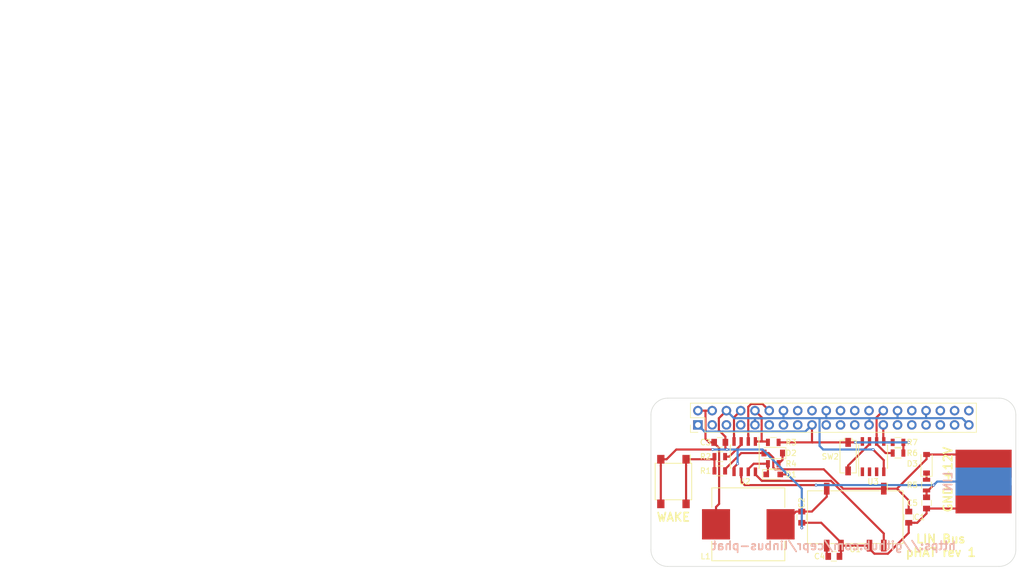
<source format=kicad_pcb>
(kicad_pcb (version 20221018) (generator pcbnew)
  (title_block (title "Raspberry LIN Bus pHAT") (date "2019-01-10") (rev "0") (company "Cedric Priscal"))
  (layers (0 "F.Cu" signal) (31 "B.Cu" signal) (34 "B.Paste" user) (35 "F.Paste" user) (36 "B.SilkS" user "B.Silkscreen") (37 "F.SilkS" user "F.Silkscreen") (38 "B.Mask" user) (39 "F.Mask" user) (44 "Edge.Cuts" user))
  (net 0 "")
  (net 1 "GND")
  (net 2 "+12V")
  (net 3 "Net-(C2-Pad1)")
  (net 4 "+5V")
  (net 5 "Net-(C4-Pad1)")
  (net 6 "Net-(D1-Pad1)")
  (net 7 "Net-(D2-Pad1)")
  (net 8 "Net-(D3-Pad1)")
  (net 9 "/ID_SC")
  (net 10 "/ID_SD")
  (net 11 "+3V3")
  (net 12 "/CS")
  (net 13 "/RXD")
  (net 14 "/TXD")
  (net 15 "Net-(R1-Pad2)")
  (net 16 "Net-(R2-Pad1)")
  (net 17 "/LIN")
  (net 18 "Net-(SW2-Pad2)")
  (net 19 "/VREN")
  (footprint "RPi_Hat:RPi_Hat_Mounting_Hole" (layer "F.Cu") (at 177.505 87.69)
    (fp_text reference "" hide)
    (fp_text value "" hide)
    (pad "" np_thru_hole circle locked (at 0 0) (size 2.75 2.75) (drill 2.75) (layers "*.Cu" "*.Mask") (clearance 1.725))
  )
  (footprint "RPi_Hat:RPi_Hat_Mounting_Hole" (layer "F.Cu") (at 119.505 87.69)
    (fp_text reference "" hide)
    (fp_text value "" hide)
    (pad "" np_thru_hole circle locked (at 0 0) (size 2.75 2.75) (drill 2.75) (layers "*.Cu" "*.Mask") (clearance 1.725))
  )
  (footprint "RPi_Hat:RPi_Hat_Mounting_Hole" (layer "F.Cu") (at 177.505 110.69)
    (fp_text reference "" hide)
    (fp_text value "" hide)
    (pad "" np_thru_hole circle locked (at 0 0) (size 2.75 2.75) (drill 2.75) (layers "*.Cu" "*.Mask") (clearance 1.725))
  )
  (footprint "RPi_Hat:RPi_Hat_Mounting_Hole" (layer "F.Cu") (at 119.505 110.69)
    (fp_text reference "" hide)
    (fp_text value "" hide)
    (pad "" np_thru_hole circle locked (at 0 0) (size 2.75 2.75) (drill 2.75) (layers "*.Cu" "*.Mask") (clearance 1.725))
  )
  (footprint "Resistors_SMD:R_0805" (layer "F.Cu") (at 128.27 97.155 180)
    (fp_text reference "R1" (at 2.54 0 180) (layer "F.SilkS"))
    (fp_text value "3k9")
    (fp_line (start -0.6 -0.88) (end 0.6 -0.88) (stroke (width 0.12)) (layer "F.SilkS"))
    (fp_line (start 0.6 0.88) (end -0.6 0.88) (stroke (width 0.12)) (layer "F.SilkS"))
    (pad "1" smd rect (at -0.95 0 180) (size 0.7 1.3) (layers "F.Cu" "F.Paste" "F.Mask") (net 2 "+12V"))
    (pad "2" smd rect (at 0.95 0 180) (size 0.7 1.3) (layers "F.Cu" "F.Paste" "F.Mask") (net 15 "Net-(R1-Pad2)"))
  )
  (footprint "Resistors_SMD:R_0805" (layer "F.Cu") (at 137.795 92.075 180)
    (fp_text reference "R3" (at -3.175 0 180) (layer "F.SilkS"))
    (fp_text value "4k7")
    (fp_line (start -0.6 -0.88) (end 0.6 -0.88) (stroke (width 0.12)) (layer "F.SilkS"))
    (fp_line (start 0.6 0.88) (end -0.6 0.88) (stroke (width 0.12)) (layer "F.SilkS"))
    (pad "1" smd rect (at -0.95 0 180) (size 0.7 1.3) (layers "F.Cu" "F.Paste" "F.Mask") (net 11 "+3V3"))
    (pad "2" smd rect (at 0.95 0 180) (size 0.7 1.3) (layers "F.Cu" "F.Paste" "F.Mask") (net 13 "/RXD"))
  )
  (footprint "Resistors_SMD:R_0805" (layer "F.Cu") (at 137.795 95.885 180)
    (fp_text reference "R4" (at -3.175 0.003748 180) (layer "F.SilkS"))
    (fp_text value "50")
    (fp_line (start -0.6 -0.88) (end 0.6 -0.88) (stroke (width 0.12)) (layer "F.SilkS"))
    (fp_line (start 0.6 0.88) (end -0.6 0.88) (stroke (width 0.12)) (layer "F.SilkS"))
    (pad "1" smd rect (at -0.95 0 180) (size 0.7 1.3) (layers "F.Cu" "F.Paste" "F.Mask") (net 7 "Net-(D2-Pad1)"))
    (pad "2" smd rect (at 0.95 0 180) (size 0.7 1.3) (layers "F.Cu" "F.Paste" "F.Mask") (net 6 "Net-(D1-Pad1)"))
  )
  (footprint "Resistors_SMD:R_0805" (layer "F.Cu") (at 160.02 93.98 180)
    (fp_text reference "R6" (at -2.54 0 180) (layer "F.SilkS"))
    (fp_text value "3k9")
    (fp_line (start -0.6 -0.88) (end 0.6 -0.88) (stroke (width 0.12)) (layer "F.SilkS"))
    (fp_line (start 0.6 0.88) (end -0.6 0.88) (stroke (width 0.12)) (layer "F.SilkS"))
    (pad "1" smd rect (at -0.95 0 180) (size 0.7 1.3) (layers "F.Cu" "F.Paste" "F.Mask") (net 11 "+3V3"))
    (pad "2" smd rect (at 0.95 0 180) (size 0.7 1.3) (layers "F.Cu" "F.Paste" "F.Mask") (net 9 "/ID_SC"))
  )
  (footprint "CK:CK-PTS645" (layer "F.Cu") (at 120.015 99.06 -90)
    (fp_text reference "SW1" hide)
    (fp_text value "SW_Push")
    (fp_line (start -3.25 -3.25) (end -3.25 -3) (stroke (width 0.15)) (layer "F.SilkS"))
    (fp_line (start -3.25 -3) (end -4.75 -3) (stroke (width 0.15)) (layer "F.SilkS"))
    (fp_line (start -3.25 -1.5) (end -3.25 1.5) (stroke (width 0.15)) (layer "F.SilkS"))
    (fp_line (start -3.25 3) (end -3.25 3.25) (stroke (width 0.15)) (layer "F.SilkS"))
    (fp_line (start -3.25 3.25) (end 3.25 3.25) (stroke (width 0.15)) (layer "F.SilkS"))
    (fp_line (start 3.25 -3.25) (end -3.25 -3.25) (stroke (width 0.15)) (layer "F.SilkS"))
    (fp_line (start 3.25 -3) (end 3.25 -3.25) (stroke (width 0.15)) (layer "F.SilkS"))
    (fp_line (start 3.25 -1.5) (end 3.25 1.5) (stroke (width 0.15)) (layer "F.SilkS"))
    (fp_line (start 3.25 3.25) (end 3.25 3) (stroke (width 0.15)) (layer "F.SilkS"))
    (pad "1" smd rect (at -3.975 -2.25 270) (size 1.55 1.3) (layers "F.Cu" "F.Paste" "F.Mask") (net 15 "Net-(R1-Pad2)"))
    (pad "1" smd rect (at 3.975 -2.25 270) (size 1.55 1.3) (layers "F.Cu" "F.Paste" "F.Mask") (net 15 "Net-(R1-Pad2)"))
    (pad "2" smd rect (at -3.975 2.25 270) (size 1.55 1.3) (layers "F.Cu" "F.Paste" "F.Mask") (net 1 "GND"))
    (pad "2" smd rect (at 3.975 2.25 270) (size 1.55 1.3) (layers "F.Cu" "F.Paste" "F.Mask") (net 1 "GND"))
  )
  (footprint "CHS:CHS-01TA" (layer "F.Cu") (at 151.13 94.615)
    (fp_text reference "SW2" (at -3.175 0 180) (layer "F.SilkS"))
    (fp_text value "SW_DIP_x01")
    (fp_line (start -1.45 -2.9) (end -1.45 2.9) (stroke (width 0.15)) (layer "F.SilkS"))
    (fp_line (start -1.45 2.9) (end -0.65 2.9) (stroke (width 0.15)) (layer "F.SilkS"))
    (fp_line (start -0.65 -3.3) (end -0.65 -2.9) (stroke (width 0.15)) (layer "F.SilkS"))
    (fp_line (start -0.65 -2.9) (end -1.45 -2.9) (stroke (width 0.15)) (layer "F.SilkS"))
    (fp_line (start 0.65 -2.9) (end 0.65 -3.3) (stroke (width 0.15)) (layer "F.SilkS"))
    (fp_line (start 0.65 2.9) (end 1.4 2.9) (stroke (width 0.15)) (layer "F.SilkS"))
    (fp_line (start 1.4 2.9) (end 1.45 2.9) (stroke (width 0.15)) (layer "F.SilkS"))
    (fp_line (start 1.45 -2.9) (end 0.65 -2.9) (stroke (width 0.15)) (layer "F.SilkS"))
    (fp_line (start 1.45 2.9) (end 1.45 -2.9) (stroke (width 0.15)) (layer "F.SilkS"))
    (pad "1" smd rect (at 0 -2.54) (size 1 1.6) (layers "F.Cu" "F.Paste" "F.Mask") (net 11 "+3V3"))
    (pad "2" smd rect (at 0 2.54) (size 1 1.6) (layers "F.Cu" "F.Paste" "F.Mask") (net 18 "Net-(SW2-Pad2)"))
  )
  (footprint "Wire_Pads:SolderWirePad_single_SMD_5x10mm" (layer "F.Cu") (at 175.26 95.885 90)
    (fp_text reference "TP1" hide)
    (fp_text value "TestPoint")
    (pad "1" smd rect (at 0 0 90) (size 5 10) (layers "F.Cu" "F.Paste" "F.Mask") (net 2 "+12V"))
  )
  (footprint "Wire_Pads:SolderWirePad_single_SMD_5x10mm" (layer "F.Cu") (at 175.26 102.235 -90)
    (fp_text reference "TP6" hide)
    (fp_text value "TestPoint")
    (pad "1" smd rect (at 0 0 270) (size 5 10) (layers "F.Cu" "F.Paste" "F.Mask") (net 1 "GND"))
  )
  (footprint "Housings_SOIC:SOIC-8_3.9x4.9mm_Pitch1.27mm" (layer "F.Cu") (at 132.715 94.618748 -90)
    (fp_text reference "U2" (at 4.441252 0) (layer "F.SilkS"))
    (fp_text value "MCP2003B")
    (fp_line (start -2.075 -2.575) (end -2.075 -2.525) (stroke (width 0.15)) (layer "F.SilkS"))
    (fp_line (start -2.075 -2.575) (end 2.075 -2.575) (stroke (width 0.15)) (layer "F.SilkS"))
    (fp_line (start -2.075 -2.525) (end -3.475 -2.525) (stroke (width 0.15)) (layer "F.SilkS"))
    (fp_line (start -2.075 2.575) (end -2.075 2.43) (stroke (width 0.15)) (layer "F.SilkS"))
    (fp_line (start -2.075 2.575) (end 2.075 2.575) (stroke (width 0.15)) (layer "F.SilkS"))
    (fp_line (start 2.075 -2.575) (end 2.075 -2.43) (stroke (width 0.15)) (layer "F.SilkS"))
    (fp_line (start 2.075 2.575) (end 2.075 2.43) (stroke (width 0.15)) (layer "F.SilkS"))
    (pad "1" smd rect (at -2.7 -1.905 270) (size 1.55 0.6) (layers "F.Cu" "F.Paste" "F.Mask") (net 13 "/RXD"))
    (pad "2" smd rect (at -2.7 -0.635 270) (size 1.55 0.6) (layers "F.Cu" "F.Paste" "F.Mask") (net 12 "/CS"))
    (pad "3" smd rect (at -2.7 0.635 270) (size 1.55 0.6) (layers "F.Cu" "F.Paste" "F.Mask") (net 16 "Net-(R2-Pad1)"))
    (pad "4" smd rect (at -2.7 1.905 270) (size 1.55 0.6) (layers "F.Cu" "F.Paste" "F.Mask") (net 14 "/TXD"))
    (pad "5" smd rect (at 2.7 1.905 270) (size 1.55 0.6) (layers "F.Cu" "F.Paste" "F.Mask") (net 1 "GND"))
    (pad "6" smd rect (at 2.7 0.635 270) (size 1.55 0.6) (layers "F.Cu" "F.Paste" "F.Mask") (net 17 "/LIN"))
    (pad "7" smd rect (at 2.7 -0.635 270) (size 1.55 0.6) (layers "F.Cu" "F.Paste" "F.Mask") (net 6 "Net-(D1-Pad1)"))
    (pad "8" smd rect (at 2.7 -1.905 270) (size 1.55 0.6) (layers "F.Cu" "F.Paste" "F.Mask") (net 19 "/VREN"))
  )
  (footprint "Housings_SOIC:SOIC-8_3.9x4.9mm_Pitch1.27mm" (layer "F.Cu") (at 155.575 94.615 90)
    (fp_text reference "U3" (at -4.445 0 180) (layer "F.SilkS"))
    (fp_text value "CAT24C32")
    (fp_line (start -2.075 -2.575) (end -2.075 -2.525) (stroke (width 0.15)) (layer "F.SilkS"))
    (fp_line (start -2.075 -2.575) (end 2.075 -2.575) (stroke (width 0.15)) (layer "F.SilkS"))
    (fp_line (start -2.075 -2.525) (end -3.475 -2.525) (stroke (width 0.15)) (layer "F.SilkS"))
    (fp_line (start -2.075 2.575) (end -2.075 2.43) (stroke (width 0.15)) (layer "F.SilkS"))
    (fp_line (start -2.075 2.575) (end 2.075 2.575) (stroke (width 0.15)) (layer "F.SilkS"))
    (fp_line (start 2.075 -2.575) (end 2.075 -2.43) (stroke (width 0.15)) (layer "F.SilkS"))
    (fp_line (start 2.075 2.575) (end 2.075 2.43) (stroke (width 0.15)) (layer "F.SilkS"))
    (pad "1" smd rect (at -2.7 -1.905 90) (size 1.55 0.6) (layers "F.Cu" "F.Paste" "F.Mask"))
    (pad "2" smd rect (at -2.7 -0.635 90) (size 1.55 0.6) (layers "F.Cu" "F.Paste" "F.Mask"))
    (pad "3" smd rect (at -2.7 0.635 90) (size 1.55 0.6) (layers "F.Cu" "F.Paste" "F.Mask"))
    (pad "4" smd rect (at -2.7 1.905 90) (size 1.55 0.6) (layers "F.Cu" "F.Paste" "F.Mask") (net 1 "GND"))
    (pad "5" smd rect (at 2.7 1.905 90) (size 1.55 0.6) (layers "F.Cu" "F.Paste" "F.Mask") (net 10 "/ID_SD"))
    (pad "6" smd rect (at 2.7 0.635 90) (size 1.55 0.6) (layers "F.Cu" "F.Paste" "F.Mask") (net 9 "/ID_SC"))
    (pad "7" smd rect (at 2.7 -0.635 90) (size 1.55 0.6) (layers "F.Cu" "F.Paste" "F.Mask") (net 18 "Net-(SW2-Pad2)"))
    (pad "8" smd rect (at 2.7 -1.905 90) (size 1.55 0.6) (layers "F.Cu" "F.Paste" "F.Mask") (net 11 "+3V3"))
  )
  (footprint "Resistors_SMD:R_0805" (layer "F.Cu") (at 128.27 94.615 180)
    (fp_text reference "R2" (at 2.54 0 180) (layer "F.SilkS"))
    (fp_text value "33k")
    (fp_line (start -0.6 -0.88) (end 0.6 -0.88) (stroke (width 0.12)) (layer "F.SilkS"))
    (fp_line (start 0.6 0.88) (end -0.6 0.88) (stroke (width 0.12)) (layer "F.SilkS"))
    (pad "1" smd rect (at -0.95 0 180) (size 0.7 1.3) (layers "F.Cu" "F.Paste" "F.Mask") (net 16 "Net-(R2-Pad1)"))
    (pad "2" smd rect (at 0.95 0 180) (size 0.7 1.3) (layers "F.Cu" "F.Paste" "F.Mask") (net 15 "Net-(R1-Pad2)"))
  )
  (footprint "Resistors_SMD:R_0805" (layer "F.Cu") (at 165.1 99.695 -90)
    (fp_text reference "R5" (at 0 2.54) (layer "F.SilkS"))
    (fp_text value "1k")
    (fp_line (start -0.6 -0.88) (end 0.6 -0.88) (stroke (width 0.12)) (layer "F.SilkS"))
    (fp_line (start 0.6 0.88) (end -0.6 0.88) (stroke (width 0.12)) (layer "F.SilkS"))
    (pad "1" smd rect (at -0.95 0 270) (size 0.7 1.3) (layers "F.Cu" "F.Paste" "F.Mask") (net 8 "Net-(D3-Pad1)"))
    (pad "2" smd rect (at 0.95 0 270) (size 0.7 1.3) (layers "F.Cu" "F.Paste" "F.Mask") (net 17 "/LIN"))
  )
  (footprint "Resistors_SMD:R_0805" (layer "F.Cu") (at 160.02 92.075 180)
    (fp_text reference "R7" (at -2.54 0 180) (layer "F.SilkS"))
    (fp_text value "3k9")
    (fp_line (start -0.6 -0.88) (end 0.6 -0.88) (stroke (width 0.12)) (layer "F.SilkS"))
    (fp_line (start 0.6 0.88) (end -0.6 0.88) (stroke (width 0.12)) (layer "F.SilkS"))
    (pad "1" smd rect (at -0.95 0 180) (size 0.7 1.3) (layers "F.Cu" "F.Paste" "F.Mask") (net 11 "+3V3"))
    (pad "2" smd rect (at 0.95 0 180) (size 0.7 1.3) (layers "F.Cu" "F.Paste" "F.Mask") (net 10 "/ID_SD"))
  )
  (footprint "CUI:CUI-V78-1000-SMT" (layer "F.Cu") (at 157.48 100.33 180)
    (fp_text reference "U1" (at 5.08 -10.795 180) (layer "F.SilkS"))
    (fp_text value "V7805-1000-SMT")
    (fp_line (start -3.429 -9.779) (end -3.429 -0.381) (stroke (width 0.15)) (layer "F.SilkS"))
    (fp_line (start -3.429 -0.381) (end -0.635 -0.381) (stroke (width 0.15)) (layer "F.SilkS"))
    (fp_line (start -0.635 -9.779) (end -3.429 -9.779) (stroke (width 0.15)) (layer "F.SilkS"))
    (fp_line (start -0.635 -0.381) (end -0.635 1.016) (stroke (width 0.15)) (layer "F.SilkS"))
    (fp_line (start 0.635 -9.779) (end 1.905 -9.779) (stroke (width 0.15)) (layer "F.SilkS"))
    (fp_line (start 3.175 -9.779) (end 6.985 -9.779) (stroke (width 0.15)) (layer "F.SilkS"))
    (fp_line (start 8.255 -9.779) (end 9.525 -9.779) (stroke (width 0.15)) (layer "F.SilkS"))
    (fp_line (start 9.525 -0.381) (end 0.635 -0.381) (stroke (width 0.15)) (layer "F.SilkS"))
    (fp_line (start 10.795 -9.779) (end 13.589 -9.779) (stroke (width 0.15)) (layer "F.SilkS"))
    (fp_line (start 13.589 -9.779) (end 13.589 -0.381) (stroke (width 0.15)) (layer "F.SilkS"))
    (fp_line (start 13.589 -0.381) (end 10.795 -0.381) (stroke (width 0.15)) (layer "F.SilkS"))
    (pad "1" smd rect (at 0 0 180) (size 0.9906 2.1082) (layers "F.Cu" "F.Paste" "F.Mask") (net 2 "+12V"))
    (pad "5" smd rect (at 10.16 0 180) (size 0.9906 2.1082) (layers "F.Cu" "F.Paste" "F.Mask") (net 3 "Net-(C2-Pad1)"))
    (pad "6" smd rect (at 10.16 -10.16 180) (size 0.9906 2.1082) (layers "F.Cu" "F.Paste" "F.Mask") (net 5 "Net-(C4-Pad1)"))
    (pad "7" smd rect (at 7.62 -10.16 180) (size 0.9906 2.1082) (layers "F.Cu" "F.Paste" "F.Mask") (net 1 "GND"))
    (pad "9" smd rect (at 2.54 -10.16 180) (size 0.9906 2.1082) (layers "F.Cu" "F.Paste" "F.Mask") (net 1 "GND"))
    (pad "10" smd rect (at 0 -10.16 180) (size 0.9906 2.1082) (layers "F.Cu" "F.Paste" "F.Mask") (net 19 "/VREN"))
  )
  (footprint "Capacitors_SMD:C_0805" (layer "F.Cu") (at 148.59 112.395)
    (fp_text reference "C4" (at -2.54 0) (layer "F.SilkS"))
    (fp_text value "470pF")
    (fp_line (start -0.5 0.85) (end 0.5 0.85) (stroke (width 0.12)) (layer "F.SilkS"))
    (fp_line (start 0.5 -0.85) (end -0.5 -0.85) (stroke (width 0.12)) (layer "F.SilkS"))
    (pad "1" smd rect (at -1 0) (size 1 1.25) (layers "F.Cu" "F.Paste" "F.Mask") (net 5 "Net-(C4-Pad1)"))
    (pad "2" smd rect (at 1 0) (size 1 1.25) (layers "F.Cu" "F.Paste" "F.Mask") (net 1 "GND"))
  )
  (footprint "Capacitors_SMD:C_0805" (layer "F.Cu") (at 128.27 92.075)
    (fp_text reference "C3" (at -2.54 0) (layer "F.SilkS"))
    (fp_text value "22uF")
    (fp_line (start -0.5 0.85) (end 0.5 0.85) (stroke (width 0.12)) (layer "F.SilkS"))
    (fp_line (start 0.5 -0.85) (end -0.5 -0.85) (stroke (width 0.12)) (layer "F.SilkS"))
    (pad "1" smd rect (at -1 0) (size 1 1.25) (layers "F.Cu" "F.Paste" "F.Mask") (net 4 "+5V"))
    (pad "2" smd rect (at 1 0) (size 1 1.25) (layers "F.Cu" "F.Paste" "F.Mask") (net 1 "GND"))
  )
  (footprint "Capacitors_SMD:C_0805" (layer "F.Cu") (at 161.925 105.41 -90)
    (fp_text reference "C1" (at 0 -1.905 180) (layer "F.SilkS"))
    (fp_text value "10uF")
    (fp_line (start -0.5 0.85) (end 0.5 0.85) (stroke (width 0.12)) (layer "F.SilkS"))
    (fp_line (start 0.5 -0.85) (end -0.5 -0.85) (stroke (width 0.12)) (layer "F.SilkS"))
    (pad "1" smd rect (at -1 0 270) (size 1 1.25) (layers "F.Cu" "F.Paste" "F.Mask") (net 2 "+12V"))
    (pad "2" smd rect (at 1 0 270) (size 1 1.25) (layers "F.Cu" "F.Paste" "F.Mask") (net 1 "GND"))
  )
  (footprint "Capacitors_SMD:C_0805" (layer "F.Cu") (at 142.875 105.41 -90)
    (fp_text reference "C2" (at -2.54 0 270) (layer "F.SilkS"))
    (fp_text value "22uF")
    (fp_line (start -0.5 0.85) (end 0.5 0.85) (stroke (width 0.12)) (layer "F.SilkS"))
    (fp_line (start 0.5 -0.85) (end -0.5 -0.85) (stroke (width 0.12)) (layer "F.SilkS"))
    (pad "1" smd rect (at -1 0 270) (size 1 1.25) (layers "F.Cu" "F.Paste" "F.Mask") (net 3 "Net-(C2-Pad1)"))
    (pad "2" smd rect (at 1 0 270) (size 1 1.25) (layers "F.Cu" "F.Paste" "F.Mask") (net 1 "GND"))
  )
  (footprint "Capacitors_SMD:C_0805" (layer "F.Cu") (at 165.1 102.87 -90)
    (fp_text reference "C5" (at 0 2.54) (layer "F.SilkS"))
    (fp_text value "220pF")
    (fp_line (start -0.5 0.85) (end 0.5 0.85) (stroke (width 0.12)) (layer "F.SilkS"))
    (fp_line (start 0.5 -0.85) (end -0.5 -0.85) (stroke (width 0.12)) (layer "F.SilkS"))
    (pad "1" smd rect (at -1 0 270) (size 1 1.25) (layers "F.Cu" "F.Paste" "F.Mask") (net 17 "/LIN"))
    (pad "2" smd rect (at 1 0 270) (size 1 1.25) (layers "F.Cu" "F.Paste" "F.Mask") (net 1 "GND"))
  )
  (footprint "Diodes_SMD:D_SOD-323_HandSoldering" (layer "F.Cu") (at 137.795 97.79)
    (fp_text reference "D1" (at 3.175 0) (layer "F.SilkS"))
    (fp_text value "D_Zener")
    (fp_line (start -1.9 -0.85) (end -1.9 0.85) (stroke (width 0.12)) (layer "F.SilkS"))
    (fp_line (start -1.9 -0.85) (end 1.25 -0.85) (stroke (width 0.12)) (layer "F.SilkS"))
    (fp_line (start -1.9 0.85) (end 1.25 0.85) (stroke (width 0.12)) (layer "F.SilkS"))
    (pad "1" smd rect (at -1.25 0) (size 1 1) (layers "F.Cu" "F.Paste" "F.Mask") (net 6 "Net-(D1-Pad1)"))
    (pad "2" smd rect (at 1.25 0) (size 1 1) (layers "F.Cu" "F.Paste" "F.Mask") (net 1 "GND"))
  )
  (footprint "Diodes_SMD:D_SOD-123" (layer "F.Cu") (at 137.795 93.98 180)
    (fp_text reference "D2" (at -3.175 0 180) (layer "F.SilkS"))
    (fp_text value "D")
    (fp_line (start -2.25 -1) (end -2.25 1) (stroke (width 0.12)) (layer "F.SilkS"))
    (fp_line (start -2.25 -1) (end 1.65 -1) (stroke (width 0.12)) (layer "F.SilkS"))
    (fp_line (start -2.25 1) (end 1.65 1) (stroke (width 0.12)) (layer "F.SilkS"))
    (pad "1" smd rect (at -1.65 0 180) (size 0.9 1.2) (layers "F.Cu" "F.Paste" "F.Mask") (net 7 "Net-(D2-Pad1)"))
    (pad "2" smd rect (at 1.65 0 180) (size 0.9 1.2) (layers "F.Cu" "F.Paste" "F.Mask") (net 2 "+12V"))
  )
  (footprint "Diodes_SMD:D_SOD-123" (layer "F.Cu") (at 165.1 95.885 90)
    (fp_text reference "D3" (at 0 -2.54 180) (layer "F.SilkS"))
    (fp_text value "D")
    (fp_line (start -2.25 -1) (end -2.25 1) (stroke (width 0.12)) (layer "F.SilkS"))
    (fp_line (start -2.25 -1) (end 1.65 -1) (stroke (width 0.12)) (layer "F.SilkS"))
    (fp_line (start -2.25 1) (end 1.65 1) (stroke (width 0.12)) (layer "F.SilkS"))
    (pad "1" smd rect (at -1.65 0 90) (size 0.9 1.2) (layers "F.Cu" "F.Paste" "F.Mask") (net 8 "Net-(D3-Pad1)"))
    (pad "2" smd rect (at 1.65 0 90) (size 0.9 1.2) (layers "F.Cu" "F.Paste" "F.Mask") (net 2 "+12V"))
  )
  (footprint "Pin_Headers:Pin_Header_Straight_2x20_Pitch2.54mm" (layer "F.Cu") (at 124.375 88.96 90)
    (fp_text reference "J2" hide)
    (fp_text value "RPi_GPIO")
    (fp_line (start -1.33 -1.33) (end 0 -1.33) (stroke (width 0.12)) (layer "F.SilkS"))
    (fp_line (start -1.33 0) (end -1.33 -1.33) (stroke (width 0.12)) (layer "F.SilkS"))
    (fp_line (start -1.33 1.27) (end -1.33 49.59) (stroke (width 0.12)) (layer "F.SilkS"))
    (fp_line (start -1.33 1.27) (end 1.27 1.27) (stroke (width 0.12)) (layer "F.SilkS"))
    (fp_line (start -1.33 49.59) (end 3.87 49.59) (stroke (width 0.12)) (layer "F.SilkS"))
    (fp_line (start 1.27 -1.33) (end 3.87 -1.33) (stroke (width 0.12)) (layer "F.SilkS"))
    (fp_line (start 1.27 1.27) (end 1.27 -1.33) (stroke (width 0.12)) (layer "F.SilkS"))
    (fp_line (start 3.87 -1.33) (end 3.87 49.59) (stroke (width 0.12)) (layer "F.SilkS"))
    (pad "1" thru_hole rect (at 0 0 90) (size 1.7 1.7) (drill 1) (layers "*.Cu" "*.Mask") (net 11 "+3V3"))
    (pad "2" thru_hole oval (at 2.54 0 90) (size 1.7 1.7) (drill 1) (layers "*.Cu" "*.Mask") (net 4 "+5V"))
    (pad "3" thru_hole oval (at 0 2.54 90) (size 1.7 1.7) (drill 1) (layers "*.Cu" "*.Mask"))
    (pad "4" thru_hole oval (at 2.54 2.54 90) (size 1.7 1.7) (drill 1) (layers "*.Cu" "*.Mask") (net 4 "+5V"))
    (pad "5" thru_hole oval (at 0 5.08 90) (size 1.7 1.7) (drill 1) (layers "*.Cu" "*.Mask"))
    (pad "6" thru_hole oval (at 2.54 5.08 90) (size 1.7 1.7) (drill 1) (layers "*.Cu" "*.Mask") (net 1 "GND"))
    (pad "7" thru_hole oval (at 0 7.62 90) (size 1.7 1.7) (drill 1) (layers "*.Cu" "*.Mask"))
    (pad "8" thru_hole oval (at 2.54 7.62 90) (size 1.7 1.7) (drill 1) (layers "*.Cu" "*.Mask") (net 14 "/TXD"))
    (pad "9" thru_hole oval (at 0 10.16 90) (size 1.7 1.7) (drill 1) (layers "*.Cu" "*.Mask") (net 1 "GND"))
    (pad "10" thru_hole oval (at 2.54 10.16 90) (size 1.7 1.7) (drill 1) (layers "*.Cu" "*.Mask") (net 13 "/RXD"))
    (pad "11" thru_hole oval (at 0 12.7 90) (size 1.7 1.7) (drill 1) (layers "*.Cu" "*.Mask"))
    (pad "12" thru_hole oval (at 2.54 12.7 90) (size 1.7 1.7) (drill 1) (layers "*.Cu" "*.Mask") (net 12 "/CS"))
    (pad "13" thru_hole oval (at 0 15.24 90) (size 1.7 1.7) (drill 1) (layers "*.Cu" "*.Mask"))
    (pad "14" thru_hole oval (at 2.54 15.24 90) (size 1.7 1.7) (drill 1) (layers "*.Cu" "*.Mask") (net 1 "GND"))
    (pad "15" thru_hole oval (at 0 17.78 90) (size 1.7 1.7) (drill 1) (layers "*.Cu" "*.Mask"))
    (pad "16" thru_hole oval (at 2.54 17.78 90) (size 1.7 1.7) (drill 1) (layers "*.Cu" "*.Mask"))
    (pad "17" thru_hole oval (at 0 20.32 90) (size 1.7 1.7) (drill 1) (layers "*.Cu" "*.Mask") (net 11 "+3V3"))
    (pad "18" thru_hole oval (at 2.54 20.32 90) (size 1.7 1.7) (drill 1) (layers "*.Cu" "*.Mask"))
    (pad "19" thru_hole oval (at 0 22.86 90) (size 1.7 1.7) (drill 1) (layers "*.Cu" "*.Mask"))
    (pad "20" thru_hole oval (at 2.54 22.86 90) (size 1.7 1.7) (drill 1) (layers "*.Cu" "*.Mask") (net 1 "GND"))
    (pad "21" thru_hole oval (at 0 25.4 90) (size 1.7 1.7) (drill 1) (layers "*.Cu" "*.Mask"))
    (pad "22" thru_hole oval (at 2.54 25.4 90) (size 1.7 1.7) (drill 1) (layers "*.Cu" "*.Mask"))
    (pad "23" thru_hole oval (at 0 27.94 90) (size 1.7 1.7) (drill 1) (layers "*.Cu" "*.Mask"))
    (pad "24" thru_hole oval (at 2.54 27.94 90) (size 1.7 1.7) (drill 1) (layers "*.Cu" "*.Mask"))
    (pad "25" thru_hole oval (at 0 30.48 90) (size 1.7 1.7) (drill 1) (layers "*.Cu" "*.Mask") (net 1 "GND"))
    (pad "26" thru_hole oval (at 2.54 30.48 90) (size 1.7 1.7) (drill 1) (layers "*.Cu" "*.Mask"))
    (pad "27" thru_hole oval (at 0 33.02 90) (size 1.7 1.7) (drill 1) (layers "*.Cu" "*.Mask") (net 10 "/ID_SD"))
    (pad "28" thru_hole oval (at 2.54 33.02 90) (size 1.7 1.7) (drill 1) (layers "*.Cu" "*.Mask") (net 9 "/ID_SC"))
    (pad "29" thru_hole oval (at 0 35.56 90) (size 1.7 1.7) (drill 1) (layers "*.Cu" "*.Mask"))
    (pad "30" thru_hole oval (at 2.54 35.56 90) (size 1.7 1.7) (drill 1) (layers "*.Cu" "*.Mask") (net 1 "GND"))
    (pad "31" thru_hole oval (at 0 38.1 90) (size 1.7 1.7) (drill 1) (layers "*.Cu" "*.Mask"))
    (pad "32" thru_hole oval (at 2.54 38.1 90) (size 1.7 1.7) (drill 1) (layers "*.Cu" "*.Mask"))
    (pad "33" thru_hole oval (at 0 40.64 90) (size 1.7 1.7) (drill 1) (layers "*.Cu" "*.Mask"))
    (pad "34" thru_hole oval (at 2.54 40.64 90) (size 1.7 1.7) (drill 1) (layers "*.Cu" "*.Mask") (net 1 "GND"))
    (pad "35" thru_hole oval (at 0 43.18 90) (size 1.7 1.7) (drill 1) (layers "*.Cu" "*.Mask"))
    (pad "36" thru_hole oval (at 2.54 43.18 90) (size 1.7 1.7) (drill 1) (layers "*.Cu" "*.Mask"))
    (pad "37" thru_hole oval (at 0 45.72 90) (size 1.7 1.7) (drill 1) (layers "*.Cu" "*.Mask"))
    (pad "38" thru_hole oval (at 2.54 45.72 90) (size 1.7 1.7) (drill 1) (layers "*.Cu" "*.Mask"))
    (pad "39" thru_hole oval (at 0 48.26 90) (size 1.7 1.7) (drill 1) (layers "*.Cu" "*.Mask") (net 1 "GND"))
    (pad "40" thru_hole oval (at 2.54 48.26 90) (size 1.7 1.7) (drill 1) (layers "*.Cu" "*.Mask"))
  )
  (footprint "BOURNS:BOURNS-SRR1260" (layer "F.Cu") (at 133.35 106.68 180)
    (fp_text reference "L1" (at 7.62 -5.715 180) (layer "F.SilkS"))
    (fp_text value "47uH")
    (fp_line (start -6.5 -6.5) (end 6.5 -6.5) (stroke (width 0.15)) (layer "F.SilkS"))
    (fp_line (start -6.5 -3) (end -6.5 -6.5) (stroke (width 0.15)) (layer "F.SilkS"))
    (fp_line (start -6.5 3) (end -6.5 6.5) (stroke (width 0.15)) (layer "F.SilkS"))
    (fp_line (start -6.5 6.5) (end 6.5 6.5) (stroke (width 0.15)) (layer "F.SilkS"))
    (fp_line (start 6.5 -6.5) (end 6.5 -3) (stroke (width 0.15)) (layer "F.SilkS"))
    (fp_line (start 6.5 3) (end 6.5 6.5) (stroke (width 0.15)) (layer "F.SilkS"))
    (pad "1" smd rect (at -5.75 0 180) (size 5 5.4) (layers "F.Cu" "F.Paste" "F.Mask") (net 3 "Net-(C2-Pad1)"))
    (pad "2" smd rect (at 5.75 0 180) (size 5 5.4) (layers "F.Cu" "F.Paste" "F.Mask") (net 4 "+5V"))
  )
  (footprint "Wire_Pads:SolderWirePad_single_SMD_5x10mm" (layer "B.Cu") (at 175.26 99.06 -90)
    (fp_text reference "TP2" hide)
    (fp_text value "TestPoint")
    (pad "1" smd rect (at 0 0 270) (size 5 10) (layers "B.Cu" "B.Paste" "B.Mask") (net 17 "/LIN"))
  )
  (gr_arc (start 119.005 114.19) (mid 116.88368 113.31132) (end 116.005 111.19) (stroke (width 0.1)) (layer "Edge.Cuts"))
  (gr_arc (start 181.005 111.19) (mid 180.12632 113.31132) (end 178.005 114.19) (stroke (width 0.1)) (layer "Edge.Cuts"))
  (gr_arc (start 178.005 84.19) (mid 180.12632 85.06868) (end 181.005 87.19) (stroke (width 0.1)) (layer "Edge.Cuts"))
  (gr_line (start 119.005 84.19) (end 178.005 84.19) (stroke (width 0.1)) (layer "Edge.Cuts"))
  (gr_arc (start 116.005 87.19) (mid 116.88368 85.06868) (end 119.005 84.19) (stroke (width 0.1)) (layer "Edge.Cuts"))
  (gr_line (start 119.005 114.19) (end 178.005 114.19) (stroke (width 0.1)) (layer "Edge.Cuts"))
  (gr_line (start 116.005 87.19) (end 116.005 111.19) (stroke (width 0.1)) (layer "Edge.Cuts"))
  (gr_line (start 181.005 87.19) (end 181.005 111.19) (stroke (width 0.1)) (layer "Edge.Cuts"))
  (gr_text "https://github.com/cepr/linbus-phat" (at 148.59 110.49) (layer "B.SilkS") (effects (font (size 1.5 1.5) (thickness 0.3)) (justify mirror)))
  (gr_text "LIN" (at 168.91 99.06 90) (layer "B.SilkS") (effects (font (size 1.5 1.5) (thickness 0.3)) (justify mirror)))
  (gr_text "LIN Bus\npHAT rev 1" (at 167.64 110.49) (layer "F.SilkS") (effects (font (size 1.5 1.5) (thickness 0.3))))
  (gr_text "WAKE" (at 120.015 105.41) (layer "F.SilkS") (effects (font (size 1.5 1.5) (thickness 0.3))))
  (gr_text "GND" (at 168.91 102.235 90) (layer "F.SilkS") (effects (font (size 1.5 1.5) (thickness 0.3))))
  (gr_text "+12V" (at 168.91 95.885 90) (layer "F.SilkS") (effects (font (size 1.5 1.5) (thickness 0.3))))
  (segment (start 165.1 103.87) (end 173.625 103.87) (width 0.381) (layer "F.Cu") (net 1))
  (segment (start 129.27 93.075) (end 129.54 93.345) (width 0.381) (layer "F.Cu") (net 1))
  (segment (start 118.796 95.085) (end 120.536 93.345) (width 0.381) (layer "F.Cu") (net 1))
  (segment (start 149.86 109.9312) (end 149.86 110.49) (width 0.381) (layer "F.Cu") (net 1))
  (segment (start 157.48 97.315) (end 157.48 95.25) (width 0.381) (layer "F.Cu") (net 1))
  (segment (start 117.765 96.241) (end 117.765 103.035) (width 0.381) (layer "F.Cu") (net 1))
  (segment (start 163.441 106.41) (end 162.931 106.41) (width 0.381) (layer "F.Cu") (net 1))
  (segment (start 128.107901 89.906901) (end 128.107901 87.767099) (width 0.381) (layer "F.Cu") (net 1))
  (segment (start 120.536 93.345) (end 127 93.345) (width 0.381) (layer "F.Cu") (net 1))
  (segment (start 149.86 110.49) (end 149.86 112.125) (width 0.381) (layer "F.Cu") (net 1))
  (segment (start 157.48 95.25) (end 155.828999 93.598999) (width 0.381) (layer "F.Cu") (net 1))
  (segment (start 139.045 97.79) (end 140.335 97.79) (width 0.381) (layer "F.Cu") (net 1))
  (segment (start 165.1 103.87) (end 165.1 104.751) (width 0.381) (layer "F.Cu") (net 1))
  (segment (start 130.81 96.52) (end 131.445 95.885) (width 0.381) (layer "F.Cu") (net 1))
  (segment (start 117.765 95.085) (end 117.765 96.241) (width 0.381) (layer "F.Cu") (net 1))
  (segment (start 161.925 106.41) (end 161.925 108.211622) (width 0.381) (layer "F.Cu") (net 1))
  (segment (start 155.8163 111.9251) (end 154.94 111.0488) (width 0.381) (layer "F.Cu") (net 1))
  (segment (start 142.875 107.315) (end 142.875 106.41) (width 0.381) (layer "F.Cu") (net 1))
  (segment (start 161.925 108.211622) (end 158.211522 111.9251) (width 0.381) (layer "F.Cu") (net 1))
  (segment (start 162.931 106.41) (end 161.925 106.41) (width 0.381) (layer "F.Cu") (net 1))
  (segment (start 155.828999 93.598999) (end 155.575 93.345) (width 0.381) (layer "F.Cu") (net 1))
  (segment (start 158.211522 111.9251) (end 155.8163 111.9251) (width 0.381) (layer "F.Cu") (net 1))
  (segment (start 130.81 97.318748) (end 130.81 96.52) (width 0.381) (layer "F.Cu") (net 1))
  (segment (start 129.27 92.075) (end 129.27 91.069) (width 0.381) (layer "F.Cu") (net 1))
  (segment (start 173.625 103.87) (end 175.26 102.235) (width 0.381) (layer "F.Cu") (net 1))
  (segment (start 149.86 112.125) (end 149.59 112.395) (width 0.381) (layer "F.Cu") (net 1))
  (segment (start 129.27 91.069) (end 128.107901 89.906901) (width 0.381) (layer "F.Cu") (net 1))
  (segment (start 142.875 106.41) (end 146.3388 106.41) (width 0.381) (layer "F.Cu") (net 1))
  (segment (start 146.3388 106.41) (end 149.86 109.9312) (width 0.381) (layer "F.Cu") (net 1))
  (segment (start 128.107901 87.767099) (end 128.605001 87.269999) (width 0.381) (layer "F.Cu") (net 1))
  (segment (start 149.86 110.49) (end 154.94 110.49) (width 0.381) (layer "F.Cu") (net 1))
  (segment (start 165.1 104.751) (end 163.441 106.41) (width 0.381) (layer "F.Cu") (net 1))
  (segment (start 117.765 95.085) (end 118.796 95.085) (width 0.381) (layer "F.Cu") (net 1))
  (segment (start 154.94 111.0488) (end 154.94 110.49) (width 0.381) (layer "F.Cu") (net 1))
  (segment (start 129.27 92.075) (end 129.27 93.075) (width 0.381) (layer "F.Cu") (net 1))
  (segment (start 128.605001 87.269999) (end 129.455 86.42) (width 0.381) (layer "F.Cu") (net 1))
  (via (at 127 93.345) (size 0.508) (drill 0.254) (layers "F.Cu" "B.Cu") (net 1))
  (via (at 142.875 107.315) (size 0.508) (drill 0.254) (layers "F.Cu" "B.Cu") (net 1))
  (via (at 155.575 93.345) (size 0.508) (drill 0.254) (layers "F.Cu" "B.Cu") (net 1))
  (via (at 129.54 93.345) (size 0.508) (drill 0.254) (layers "F.Cu" "B.Cu") (net 1))
  (via (at 140.335 97.79) (size 0.508) (drill 0.254) (layers "F.Cu" "B.Cu") (net 1))
  (via (at 131.445 95.885) (size 0.508) (drill 0.254) (layers "F.Cu" "B.Cu") (net 1))
  (segment (start 148.59 87.767099) (end 154.94 87.767099) (width 0.381) (layer "B.Cu") (net 1))
  (segment (start 146.05 87.767099) (end 148.59 87.767099) (width 0.381) (layer "B.Cu") (net 1))
  (segment (start 129.455 86.42) (end 130.802099 87.767099) (width 0.381) (layer "B.Cu") (net 1))
  (segment (start 131.445 95.885) (end 131.445 93.345) (width 0.381) (layer "B.Cu") (net 1))
  (segment (start 139.615 86.42) (end 139.615 87.767099) (width 0.381) (layer "B.Cu") (net 1))
  (segment (start 142.24 99.695) (end 140.335 97.79) (width 0.381) (layer "B.Cu") (net 1))
  (segment (start 127 93.345) (end 129.54 93.345) (width 0.381) (layer "B.Cu") (net 1))
  (segment (start 139.615 87.767099) (end 140.97 87.767099) (width 0.381) (layer "B.Cu") (net 1))
  (segment (start 146.042099 87.775) (end 146.05 87.767099) (width 0.381) (layer "B.Cu") (net 1))
  (segment (start 135.89 93.345) (end 140.335 97.79) (width 0.381) (layer "B.Cu") (net 1))
  (segment (start 147.235 86.42) (end 147.235 87.767099) (width 0.381) (layer "B.Cu") (net 1))
  (segment (start 159.942919 87.63) (end 159.935 87.622081) (width 0.381) (layer "B.Cu") (net 1))
  (segment (start 131.445 93.345) (end 135.89 93.345) (width 0.381) (layer "B.Cu") (net 1))
  (segment (start 136.525 87.767099) (end 140.97 87.767099) (width 0.381) (layer "B.Cu") (net 1))
  (segment (start 171.442099 87.767099) (end 171.785001 88.110001) (width 0.381) (layer "B.Cu") (net 1))
  (segment (start 142.875 107.315) (end 142.875 100.33) (width 0.381) (layer "B.Cu") (net 1))
  (segment (start 155.575 93.345) (end 146.685 93.345) (width 0.381) (layer "B.Cu") (net 1))
  (segment (start 165.015 86.42) (end 165.015 87.622081) (width 0.381) (layer "B.Cu") (net 1))
  (segment (start 154.94 87.767099) (end 171.442099 87.767099) (width 0.381) (layer "B.Cu") (net 1))
  (segment (start 154.94 88.265) (end 154.94 87.767099) (width 0.381) (layer "B.Cu") (net 1))
  (segment (start 140.97 87.767099) (end 146.05 87.767099) (width 0.381) (layer "B.Cu") (net 1))
  (segment (start 142.875 100.33) (end 142.24 99.695) (width 0.381) (layer "B.Cu") (net 1))
  (segment (start 130.802099 87.767099) (end 136.525 87.767099) (width 0.381) (layer "B.Cu") (net 1))
  (segment (start 146.042099 92.702099) (end 146.042099 87.775) (width 0.381) (layer "B.Cu") (net 1))
  (segment (start 134.535 87.767099) (end 136.525 87.767099) (width 0.381) (layer "B.Cu") (net 1))
  (segment (start 171.785001 88.110001) (end 172.635 88.96) (width 0.381) (layer "B.Cu") (net 1))
  (segment (start 154.855 88.35) (end 154.94 88.265) (width 0.381) (layer "B.Cu") (net 1))
  (segment (start 134.535 88.96) (end 134.535 87.767099) (width 0.381) (layer "B.Cu") (net 1))
  (segment (start 147.235 87.767099) (end 148.59 87.767099) (width 0.381) (layer "B.Cu") (net 1))
  (segment (start 159.935 86.42) (end 159.935 87.622081) (width 0.381) (layer "B.Cu") (net 1))
  (segment (start 146.685 93.345) (end 146.042099 92.702099) (width 0.381) (layer "B.Cu") (net 1))
  (segment (start 154.855 88.96) (end 154.855 88.35) (width 0.381) (layer "B.Cu") (net 1))
  (segment (start 165.022919 87.63) (end 165.015 87.622081) (width 0.381) (layer "B.Cu") (net 1))
  (segment (start 129.54 93.345) (end 131.445 93.345) (width 0.381) (layer "B.Cu") (net 1))
  (segment (start 136.145 93.98) (end 132.095 93.98) (width 0.381) (layer "F.Cu") (net 2))
  (segment (start 150.240976 100.33) (end 146.788877 96.877901) (width 0.381) (layer "F.Cu") (net 2))
  (segment (start 146.788877 96.877901) (end 138.120679 96.877901) (width 0.381) (layer "F.Cu") (net 2))
  (segment (start 161.925 104.41) (end 161.925 102.419) (width 0.381) (layer "F.Cu") (net 2))
  (segment (start 165.1 94.235) (end 173.61 94.235) (width 0.381) (layer "F.Cu") (net 2))
  (segment (start 161.925 102.419) (end 159.836 100.33) (width 0.381) (layer "F.Cu") (net 2))
  (segment (start 165.1 94.235) (end 165.1 95.066) (width 0.381) (layer "F.Cu") (net 2))
  (segment (start 137.795 96.552222) (end 137.795 94.799) (width 0.381) (layer "F.Cu") (net 2))
  (segment (start 159.836 100.33) (end 158.3563 100.33) (width 0.381) (layer "F.Cu") (net 2))
  (segment (start 136.976 93.98) (end 136.145 93.98) (width 0.381) (layer "F.Cu") (net 2))
  (segment (start 173.61 94.235) (end 175.26 95.885) (width 0.381) (layer "F.Cu") (net 2))
  (segment (start 137.795 94.799) (end 136.976 93.98) (width 0.381) (layer "F.Cu") (net 2))
  (segment (start 138.120679 96.877901) (end 137.795 96.552222) (width 0.381) (layer "F.Cu") (net 2))
  (segment (start 129.22 96.855) (end 129.22 97.155) (width 0.381) (layer "F.Cu") (net 2))
  (segment (start 158.3563 100.33) (end 157.48 100.33) (width 0.381) (layer "F.Cu") (net 2))
  (segment (start 165.1 95.066) (end 159.836 100.33) (width 0.381) (layer "F.Cu") (net 2))
  (segment (start 132.095 93.98) (end 129.22 96.855) (width 0.381) (layer "F.Cu") (net 2))
  (segment (start 157.48 100.33) (end 150.240976 100.33) (width 0.381) (layer "F.Cu") (net 2))
  (segment (start 144.6751 104.41) (end 143.881 104.41) (width 0.381) (layer "F.Cu") (net 3))
  (segment (start 139.599 106.68) (end 139.1 106.68) (width 0.381) (layer "F.Cu") (net 3))
  (segment (start 141.869 104.41) (end 139.599 106.68) (width 0.381) (layer "F.Cu") (net 3))
  (segment (start 142.875 104.41) (end 141.869 104.41) (width 0.381) (layer "F.Cu") (net 3))
  (segment (start 147.32 100.33) (end 147.32 101.7651) (width 0.381) (layer "F.Cu") (net 3))
  (segment (start 143.881 104.41) (end 142.875 104.41) (width 0.381) (layer "F.Cu") (net 3))
  (segment (start 147.32 101.7651) (end 144.6751 104.41) (width 0.381) (layer "F.Cu") (net 3))
  (segment (start 127.27 92.075) (end 126.389 92.075) (width 0.381) (layer "F.Cu") (net 4))
  (segment (start 127.6 103.599) (end 128.151 103.048) (width 0.381) (layer "F.Cu") (net 4))
  (segment (start 125.722099 86.427901) (end 125.73 86.42) (width 0.381) (layer "F.Cu") (net 4))
  (segment (start 126.389 92.075) (end 125.722099 91.408099) (width 0.381) (layer "F.Cu") (net 4))
  (segment (start 125.722099 91.408099) (end 125.722099 86.427901) (width 0.381) (layer "F.Cu") (net 4))
  (segment (start 127.6 106.68) (end 127.6 103.599) (width 0.381) (layer "F.Cu") (net 4))
  (segment (start 128.151 103.048) (end 128.151 93.081) (width 0.381) (layer "F.Cu") (net 4))
  (segment (start 124.375 86.42) (end 125.73 86.42) (width 0.381) (layer "F.Cu") (net 4))
  (segment (start 125.73 86.42) (end 126.915 86.42) (width 0.381) (layer "F.Cu") (net 4))
  (segment (start 127.27 92.2) (end 127.27 92.075) (width 0.381) (layer "F.Cu") (net 4))
  (segment (start 128.151 93.081) (end 127.27 92.2) (width 0.381) (layer "F.Cu") (net 4))
  (segment (start 147.32 112.125) (end 147.59 112.395) (width 0.381) (layer "F.Cu") (net 5))
  (segment (start 147.32 110.49) (end 147.32 112.125) (width 0.381) (layer "F.Cu") (net 5))
  (segment (start 133.35 96.843748) (end 134.308748 95.885) (width 0.381) (layer "F.Cu") (net 6))
  (segment (start 134.308748 95.885) (end 136.114 95.885) (width 0.381) (layer "F.Cu") (net 6))
  (segment (start 133.35 97.318748) (end 133.35 96.843748) (width 0.381) (layer "F.Cu") (net 6))
  (segment (start 136.845 97.49) (end 136.545 97.79) (width 0.381) (layer "F.Cu") (net 6))
  (segment (start 136.114 95.885) (end 136.845 95.885) (width 0.381) (layer "F.Cu") (net 6))
  (segment (start 136.845 95.885) (end 136.845 97.49) (width 0.381) (layer "F.Cu") (net 6))
  (segment (start 139.445 93.98) (end 139.445 95.185) (width 0.381) (layer "F.Cu") (net 7))
  (segment (start 139.445 95.185) (end 138.745 95.885) (width 0.381) (layer "F.Cu") (net 7))
  (segment (start 165.1 97.535) (end 165.1 98.745) (width 0.381) (layer "F.Cu") (net 8))
  (segment (start 156.545001 87.269999) (end 157.395 86.42) (width 0.381) (layer "F.Cu") (net 9))
  (segment (start 156.21 92.39) (end 156.21 91.915) (width 0.381) (layer "F.Cu") (net 9))
  (segment (start 156.21 90.759) (end 156.202099 90.751099) (width 0.381) (layer "F.Cu") (net 9))
  (segment (start 156.202099 90.751099) (end 156.202099 87.612901) (width 0.381) (layer "F.Cu") (net 9))
  (segment (start 156.202099 87.612901) (end 156.545001 87.269999) (width 0.381) (layer "F.Cu") (net 9))
  (segment (start 157.8 93.98) (end 156.21 92.39) (width 0.381) (layer "F.Cu") (net 9))
  (segment (start 159.07 93.98) (end 157.8 93.98) (width 0.381) (layer "F.Cu") (net 9))
  (segment (start 156.21 91.915) (end 156.21 90.759) (width 0.381) (layer "F.Cu") (net 9))
  (segment (start 157.395 88.96) (end 157.395 91.83) (width 0.381) (layer "F.Cu") (net 10))
  (segment (start 157.64 92.075) (end 157.48 91.915) (width 0.381) (layer "F.Cu") (net 10))
  (segment (start 159.07 92.075) (end 157.64 92.075) (width 0.381) (layer "F.Cu") (net 10))
  (segment (start 157.395 91.83) (end 157.48 91.915) (width 0.381) (layer "F.Cu") (net 10))
  (segment (start 144.695 88.96) (end 144.695 91.99) (width 0.381) (layer "F.Cu") (net 11))
  (segment (start 160.97 92.075) (end 160.97 93.98) (width 0.381) (layer "F.Cu") (net 11))
  (segment (start 151.13 92.075) (end 144.78 92.075) (width 0.381) (layer "F.Cu") (net 11))
  (segment (start 144.78 92.075) (end 138.745 92.075) (width 0.381) (layer "F.Cu") (net 11))
  (segment (start 161.925 92.075) (end 160.97 92.075) (width 0.381) (layer "F.Cu") (net 11))
  (segment (start 153.51 92.075) (end 153.67 91.915) (width 0.381) (layer "F.Cu") (net 11))
  (segment (start 151.13 92.075) (end 152.4 92.075) (width 0.381) (layer "F.Cu") (net 11))
  (segment (start 152.4 92.075) (end 153.51 92.075) (width 0.381) (layer "F.Cu") (net 11))
  (segment (start 144.695 91.99) (end 144.78 92.075) (width 0.381) (layer "F.Cu") (net 11))
  (via (at 152.4 92.075) (size 0.508) (drill 0.254) (layers "F.Cu" "B.Cu") (net 11))
  (via (at 161.925 92.075) (size 0.508) (drill 0.254) (layers "F.Cu" "B.Cu") (net 11))
  (segment (start 143.502099 90.152901) (end 143.845001 89.809999) (width 0.381) (layer "B.Cu") (net 11))
  (segment (start 125.567901 90.152901) (end 143.502099 90.152901) (width 0.381) (layer "B.Cu") (net 11))
  (segment (start 143.845001 89.809999) (end 144.695 88.96) (width 0.381) (layer "B.Cu") (net 11))
  (segment (start 152.4 92.075) (end 161.925 92.075) (width 0.381) (layer "B.Cu") (net 11))
  (segment (start 124.375 88.96) (end 125.567901 90.152901) (width 0.381) (layer "B.Cu") (net 11))
  (segment (start 133.35 91.918748) (end 133.35 90.762748) (width 0.381) (layer "F.Cu") (net 12))
  (segment (start 135.882099 85.227099) (end 136.225001 85.570001) (width 0.381) (layer "F.Cu") (net 12))
  (segment (start 133.847901 85.227099) (end 135.882099 85.227099) (width 0.381) (layer "F.Cu") (net 12))
  (segment (start 136.225001 85.570001) (end 137.075 86.42) (width 0.381) (layer "F.Cu") (net 12))
  (segment (start 133.35 90.762748) (end 133.342099 90.754847) (width 0.381) (layer "F.Cu") (net 12))
  (segment (start 133.342099 85.732901) (end 133.847901 85.227099) (width 0.381) (layer "F.Cu") (net 12))
  (segment (start 133.342099 90.754847) (end 133.342099 85.732901) (width 0.381) (layer "F.Cu") (net 12))
  (segment (start 136.688748 91.918748) (end 136.845 92.075) (width 0.381) (layer "F.Cu") (net 13))
  (segment (start 135.727901 87.612901) (end 135.727901 91.756649) (width 0.381) (layer "F.Cu") (net 13))
  (segment (start 135.89 91.918748) (end 136.688748 91.918748) (width 0.381) (layer "F.Cu") (net 13))
  (segment (start 134.535 86.42) (end 135.727901 87.612901) (width 0.381) (layer "F.Cu") (net 13))
  (segment (start 135.727901 91.756649) (end 135.89 91.918748) (width 0.381) (layer "F.Cu") (net 13))
  (segment (start 134.62 91.918748) (end 135.89 91.918748) (width 0.381) (layer "F.Cu") (net 13))
  (segment (start 130.802099 90.754847) (end 130.802099 87.612901) (width 0.381) (layer "F.Cu") (net 14))
  (segment (start 130.81 91.918748) (end 130.81 90.762748) (width 0.381) (layer "F.Cu") (net 14))
  (segment (start 131.145001 87.269999) (end 131.995 86.42) (width 0.381) (layer "F.Cu") (net 14))
  (segment (start 130.81 90.762748) (end 130.802099 90.754847) (width 0.381) (layer "F.Cu") (net 14))
  (segment (start 130.802099 87.612901) (end 131.145001 87.269999) (width 0.381) (layer "F.Cu") (net 14))
  (segment (start 122.265 95.085) (end 122.265 96.241) (width 0.381) (layer "F.Cu") (net 15))
  (segment (start 127.32 95.25) (end 127.32 94.615) (width 0.381) (layer "F.Cu") (net 15))
  (segment (start 122.265 96.241) (end 122.265 103.035) (width 0.381) (layer "F.Cu") (net 15))
  (segment (start 127.32 97.155) (end 127.32 95.25) (width 0.381) (layer "F.Cu") (net 15))
  (segment (start 122.265 95.085) (end 127.155 95.085) (width 0.381) (layer "F.Cu") (net 15))
  (segment (start 127.155 95.085) (end 127.32 95.25) (width 0.381) (layer "F.Cu") (net 15))
  (segment (start 132.08 92.486) (end 132.08 91.918748) (width 0.381) (layer "F.Cu") (net 16))
  (segment (start 129.951 94.615) (end 132.08 92.486) (width 0.381) (layer "F.Cu") (net 16))
  (segment (start 129.22 94.615) (end 129.951 94.615) (width 0.381) (layer "F.Cu") (net 16))
  (segment (start 145.05578 99.695) (end 145.41499 99.695) (width 0.381) (layer "F.Cu") (net 17))
  (segment (start 165.1 100.645) (end 165.4 100.645) (width 0.381) (layer "F.Cu") (net 17))
  (segment (start 165.1 100.645) (end 165.1 101.87) (width 0.381) (layer "F.Cu") (net 17))
  (segment (start 132.08 97.318748) (end 132.08 99.06) (width 0.381) (layer "F.Cu") (net 17))
  (segment (start 166.35 99.695) (end 166.37002 99.695) (width 0.381) (layer "F.Cu") (net 17))
  (segment (start 132.715 99.695) (end 145.05578 99.695) (width 0.381) (layer "F.Cu") (net 17))
  (segment (start 165.4 100.645) (end 166.35 99.695) (width 0.381) (layer "F.Cu") (net 17))
  (segment (start 132.08 99.06) (end 132.715 99.695) (width 0.381) (layer "F.Cu") (net 17))
  (via (at 166.37002 99.695) (size 0.508) (drill 0.254) (layers "F.Cu" "B.Cu") (net 17))
  (via (at 145.41499 99.695) (size 0.508) (drill 0.254) (layers "F.Cu" "B.Cu") (net 17))
  (segment (start 166.624019 99.441001) (end 166.37002 99.695) (width 0.381) (layer "B.Cu") (net 17))
  (segment (start 175.26 99.06) (end 167.00502 99.06) (width 0.381) (layer "B.Cu") (net 17))
  (segment (start 167.00502 99.06) (end 166.624019 99.441001) (width 0.381) (layer "B.Cu") (net 17))
  (segment (start 145.41499 99.695) (end 166.37002 99.695) (width 0.381) (layer "B.Cu") (net 17))
  (segment (start 151.13 97.155) (end 151.13 96.2) (width 0.381) (layer "F.Cu") (net 18))
  (segment (start 154.94 92.39) (end 154.94 91.915) (width 0.381) (layer "F.Cu") (net 18))
  (segment (start 151.13 96.2) (end 154.94 92.39) (width 0.381) (layer "F.Cu") (net 18))
  (segment (start 135.759251 98.932999) (end 134.62 97.793748) (width 0.381) (layer "F.Cu") (net 19))
  (segment (start 157.48 108.323378) (end 148.089621 98.932999) (width 0.381) (layer "F.Cu") (net 19))
  (segment (start 148.089621 98.932999) (end 135.759251 98.932999) (width 0.381) (layer "F.Cu") (net 19))
  (segment (start 157.48 110.49) (end 157.48 108.323378) (width 0.381) (layer "F.Cu") (net 19))
  (segment (start 134.62 97.793748) (end 134.62 97.318748) (width 0.381) (layer "F.Cu") (net 19))
)
</source>
